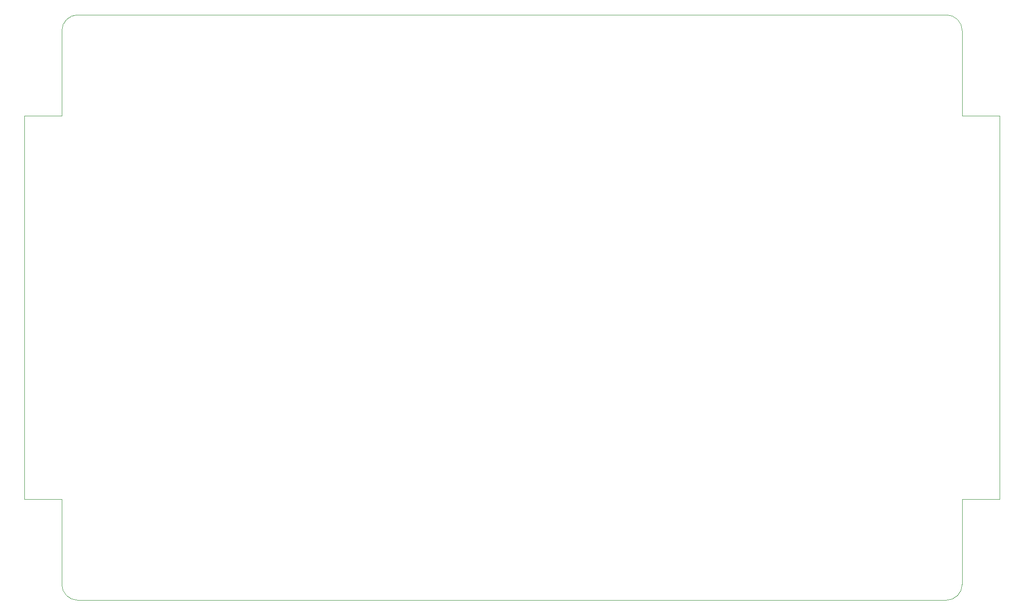
<source format=gbr>
G04 #@! TF.GenerationSoftware,KiCad,Pcbnew,5.1.5-52549c5~86~ubuntu18.04.1*
G04 #@! TF.CreationDate,2020-08-27T00:23:14-05:00*
G04 #@! TF.ProjectId,A02,4130322e-6b69-4636-9164-5f7063625858,rev?*
G04 #@! TF.SameCoordinates,Original*
G04 #@! TF.FileFunction,Profile,NP*
%FSLAX46Y46*%
G04 Gerber Fmt 4.6, Leading zero omitted, Abs format (unit mm)*
G04 Created by KiCad (PCBNEW 5.1.5-52549c5~86~ubuntu18.04.1) date 2020-08-27 00:23:14*
%MOMM*%
%LPD*%
G04 APERTURE LIST*
%ADD10C,0.050000*%
G04 APERTURE END LIST*
D10*
X191670000Y-19610000D02*
G75*
G02X194670000Y-22610000I0J-3000000D01*
G01*
X25670000Y-22610000D02*
G75*
G02X28670000Y-19610000I3000000J0D01*
G01*
X194670000Y-126610000D02*
G75*
G02X191670000Y-129610000I-3000000J0D01*
G01*
X28670000Y-129610000D02*
G75*
G02X25670000Y-126610000I0J3000000D01*
G01*
X194670000Y-110610000D02*
X194670000Y-126610000D01*
X194670000Y-110610000D02*
X201670000Y-110610000D01*
X194670000Y-38610000D02*
X201670000Y-38610000D01*
X194670000Y-22610000D02*
X194670000Y-38610000D01*
X25670000Y-110610000D02*
X25670000Y-126610000D01*
X18670000Y-110610000D02*
X25670000Y-110610000D01*
X25670000Y-22610000D02*
X25670000Y-38610000D01*
X18670000Y-38610000D02*
X25670000Y-38610000D01*
X28670000Y-129610000D02*
X191670000Y-129610000D01*
X201670000Y-38610000D02*
X201670000Y-110610000D01*
X28670000Y-19610000D02*
X191670000Y-19610000D01*
X18670000Y-38610000D02*
X18670000Y-110610000D01*
M02*

</source>
